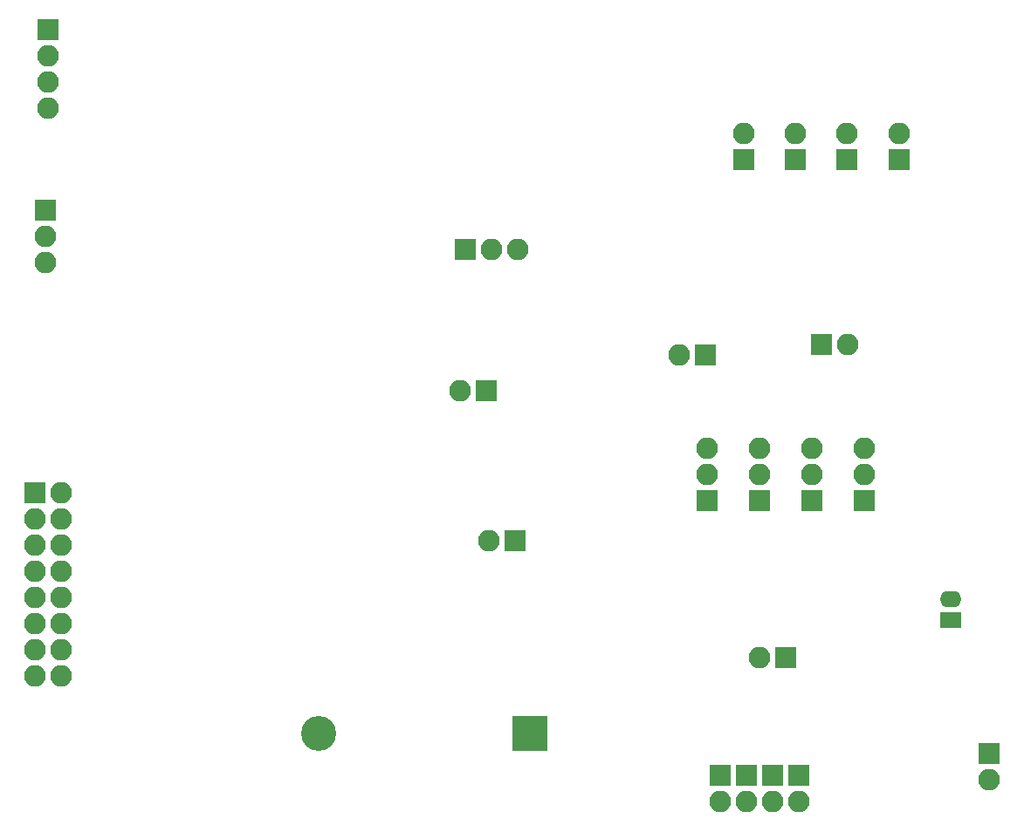
<source format=gbs>
G04 #@! TF.FileFunction,Soldermask,Bot*
%FSLAX45Y45*%
G04 Gerber Fmt 4.5, Leading zero omitted, Abs format (unit mm)*
G04 Created by KiCad (PCBNEW 4.0.6-e0-6349~52~ubuntu16.10.1) date Thu May  4 19:45:57 2017*
%MOMM*%
%LPD*%
G01*
G04 APERTURE LIST*
%ADD10C,0.100000*%
%ADD11C,3.400000*%
%ADD12R,3.400000X3.400000*%
%ADD13R,2.100000X2.100000*%
%ADD14O,2.100000X2.100000*%
%ADD15R,2.100000X1.600000*%
%ADD16O,2.100000X1.600000*%
G04 APERTURE END LIST*
D10*
D11*
X13251000Y-14200000D03*
D12*
X15300000Y-14200000D03*
D13*
X14875000Y-10875000D03*
D14*
X14621000Y-10875000D03*
D13*
X14667000Y-9500000D03*
D14*
X14921000Y-9500000D03*
X15175000Y-9500000D03*
D13*
X17375000Y-8629000D03*
D14*
X17375000Y-8375000D03*
D13*
X17875000Y-8629000D03*
D14*
X17875000Y-8375000D03*
D13*
X18375000Y-8629000D03*
D14*
X18375000Y-8375000D03*
D13*
X18875000Y-8629000D03*
D14*
X18875000Y-8375000D03*
D13*
X10625000Y-7371000D03*
D14*
X10625000Y-7625000D03*
X10625000Y-7879000D03*
X10625000Y-8133000D03*
D13*
X10500000Y-11867000D03*
D14*
X10754000Y-11867000D03*
X10500000Y-12121000D03*
X10754000Y-12121000D03*
X10500000Y-12375000D03*
X10754000Y-12375000D03*
X10500000Y-12629000D03*
X10754000Y-12629000D03*
X10500000Y-12883000D03*
X10754000Y-12883000D03*
X10500000Y-13137000D03*
X10754000Y-13137000D03*
X10500000Y-13391000D03*
X10754000Y-13391000D03*
X10500000Y-13645000D03*
X10754000Y-13645000D03*
D13*
X15154000Y-12325000D03*
D14*
X14900000Y-12325000D03*
D13*
X10600000Y-9121000D03*
D14*
X10600000Y-9375000D03*
X10600000Y-9629000D03*
D13*
X17000000Y-10525000D03*
D14*
X16746000Y-10525000D03*
D13*
X17780000Y-13462000D03*
D14*
X17526000Y-13462000D03*
D13*
X17018000Y-11938000D03*
D14*
X17018000Y-11684000D03*
X17018000Y-11430000D03*
D13*
X17145000Y-14605000D03*
D14*
X17145000Y-14859000D03*
D13*
X19750000Y-14396000D03*
D14*
X19750000Y-14650000D03*
D13*
X17526000Y-11938000D03*
D14*
X17526000Y-11684000D03*
X17526000Y-11430000D03*
D13*
X17399000Y-14605000D03*
D14*
X17399000Y-14859000D03*
D15*
X19375000Y-13100000D03*
D16*
X19375000Y-12900000D03*
D13*
X18034000Y-11938000D03*
D14*
X18034000Y-11684000D03*
X18034000Y-11430000D03*
D13*
X17653000Y-14605000D03*
D14*
X17653000Y-14859000D03*
D13*
X18542000Y-11938000D03*
D14*
X18542000Y-11684000D03*
X18542000Y-11430000D03*
D13*
X17907000Y-14605000D03*
D14*
X17907000Y-14859000D03*
D13*
X18125000Y-10425000D03*
D14*
X18379000Y-10425000D03*
M02*

</source>
